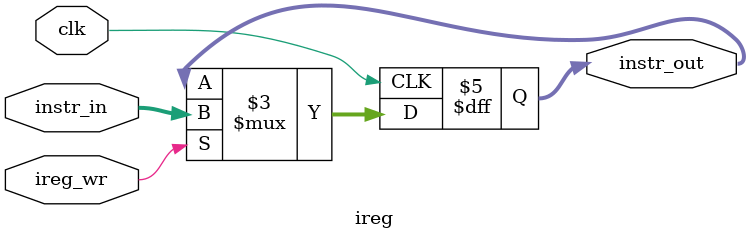
<source format=v>

module ireg(clk, ireg_wr, instr_in, instr_out);
    input clk;
	input ireg_wr;
	input [31:0] instr_in;
	output [31:0] instr_out;
	reg [31:0] instr_out;
	
	always@(posedge clk)
	begin
	    if(ireg_wr)
		    instr_out = instr_in;
	end
endmodule

</source>
